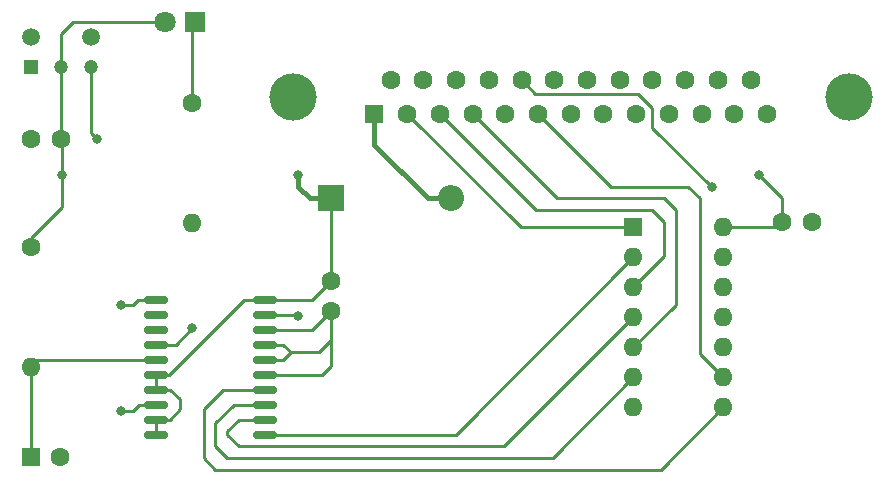
<source format=gbr>
%TF.GenerationSoftware,KiCad,Pcbnew,7.0.10*%
%TF.CreationDate,2024-02-17T01:46:53-05:00*%
%TF.ProjectId,rbus-adat,72627573-2d61-4646-9174-2e6b69636164,0*%
%TF.SameCoordinates,Original*%
%TF.FileFunction,Copper,L1,Top*%
%TF.FilePolarity,Positive*%
%FSLAX46Y46*%
G04 Gerber Fmt 4.6, Leading zero omitted, Abs format (unit mm)*
G04 Created by KiCad (PCBNEW 7.0.10) date 2024-02-17 01:46:53*
%MOMM*%
%LPD*%
G01*
G04 APERTURE LIST*
G04 Aperture macros list*
%AMRoundRect*
0 Rectangle with rounded corners*
0 $1 Rounding radius*
0 $2 $3 $4 $5 $6 $7 $8 $9 X,Y pos of 4 corners*
0 Add a 4 corners polygon primitive as box body*
4,1,4,$2,$3,$4,$5,$6,$7,$8,$9,$2,$3,0*
0 Add four circle primitives for the rounded corners*
1,1,$1+$1,$2,$3*
1,1,$1+$1,$4,$5*
1,1,$1+$1,$6,$7*
1,1,$1+$1,$8,$9*
0 Add four rect primitives between the rounded corners*
20,1,$1+$1,$2,$3,$4,$5,0*
20,1,$1+$1,$4,$5,$6,$7,0*
20,1,$1+$1,$6,$7,$8,$9,0*
20,1,$1+$1,$8,$9,$2,$3,0*%
G04 Aperture macros list end*
%TA.AperFunction,ComponentPad*%
%ADD10R,1.800000X1.800000*%
%TD*%
%TA.AperFunction,ComponentPad*%
%ADD11C,1.800000*%
%TD*%
%TA.AperFunction,ComponentPad*%
%ADD12C,1.600000*%
%TD*%
%TA.AperFunction,ComponentPad*%
%ADD13O,1.600000X1.600000*%
%TD*%
%TA.AperFunction,SMDPad,CuDef*%
%ADD14RoundRect,0.150000X-0.850000X-0.150000X0.850000X-0.150000X0.850000X0.150000X-0.850000X0.150000X0*%
%TD*%
%TA.AperFunction,ComponentPad*%
%ADD15C,4.000000*%
%TD*%
%TA.AperFunction,ComponentPad*%
%ADD16R,1.600000X1.600000*%
%TD*%
%TA.AperFunction,ComponentPad*%
%ADD17R,2.200000X2.200000*%
%TD*%
%TA.AperFunction,ComponentPad*%
%ADD18O,2.200000X2.200000*%
%TD*%
%TA.AperFunction,ComponentPad*%
%ADD19C,1.500000*%
%TD*%
%TA.AperFunction,ComponentPad*%
%ADD20R,1.200000X1.200000*%
%TD*%
%TA.AperFunction,ComponentPad*%
%ADD21C,1.200000*%
%TD*%
%TA.AperFunction,ViaPad*%
%ADD22C,0.800000*%
%TD*%
%TA.AperFunction,Conductor*%
%ADD23C,0.250000*%
%TD*%
%TA.AperFunction,Conductor*%
%ADD24C,0.400000*%
%TD*%
G04 APERTURE END LIST*
D10*
%TO.P,D2,1,K*%
%TO.N,Net-(D2-K)*%
X100250000Y-52100000D03*
D11*
%TO.P,D2,2,A*%
%TO.N,+5V*%
X97710000Y-52100000D03*
%TD*%
D12*
%TO.P,C3,1*%
%TO.N,+5V*%
X111760000Y-74000000D03*
%TO.P,C3,2*%
%TO.N,GND*%
X111760000Y-76500000D03*
%TD*%
%TO.P,R2,1*%
%TO.N,Net-(D2-K)*%
X100000000Y-58920000D03*
D13*
%TO.P,R2,2*%
%TO.N,GND*%
X100000000Y-69080000D03*
%TD*%
D14*
%TO.P,U2,1,GND*%
%TO.N,GND*%
X96975000Y-75565000D03*
%TO.P,U2,2,N/C*%
%TO.N,unconnected-(U2-N{slash}C-Pad2)*%
X96975000Y-76835000D03*
%TO.P,U2,3,N/C*%
%TO.N,unconnected-(U2-N{slash}C-Pad3)*%
X96975000Y-78105000D03*
%TO.P,U2,4,WDCLK*%
%TO.N,LRCK*%
X96975000Y-79375000D03*
%TO.P,U2,5,RESET_N*%
%TO.N,Net-(U2-RESET_N)*%
X96975000Y-80645000D03*
%TO.P,U2,6,WDCLKNEG*%
%TO.N,+5V*%
X96975000Y-81915000D03*
%TO.P,U2,7,CODE0*%
X96975000Y-83185000D03*
%TO.P,U2,8,CODE1*%
%TO.N,GND*%
X96975000Y-84455000D03*
%TO.P,U2,9,CODE2*%
%TO.N,+5V*%
X96975000Y-85725000D03*
%TO.P,U2,10,CODE3*%
X96975000Y-86995000D03*
%TO.P,U2,11,IN1/2*%
%TO.N,/IN0*%
X106225000Y-86995000D03*
%TO.P,U2,12,IN3/4*%
%TO.N,/IN1*%
X106225000Y-85725000D03*
%TO.P,U2,13,IN5/6*%
%TO.N,/IN2*%
X106225000Y-84455000D03*
%TO.P,U2,14,IN7/8*%
%TO.N,/IN3*%
X106225000Y-83185000D03*
%TO.P,U2,15,IO0*%
%TO.N,GND*%
X106225000Y-81915000D03*
%TO.P,U2,16,IO1*%
X106225000Y-80645000D03*
%TO.P,U2,17,IO2*%
X106225000Y-79375000D03*
%TO.P,U2,18,IO3*%
X106225000Y-78105000D03*
%TO.P,U2,19,OPOUT*%
%TO.N,Net-(U2-OPOUT)*%
X106225000Y-76835000D03*
%TO.P,U2,20,VDD*%
%TO.N,+5V*%
X106225000Y-75565000D03*
%TD*%
D12*
%TO.P,R1,1*%
%TO.N,+5V*%
X86360000Y-71120000D03*
D13*
%TO.P,R1,2*%
%TO.N,Net-(U2-RESET_N)*%
X86360000Y-81280000D03*
%TD*%
D15*
%TO.P,J1,0,PAD*%
%TO.N,GND*%
X155625000Y-58420000D03*
X108525000Y-58420000D03*
D16*
%TO.P,J1,1,1*%
%TO.N,Net-(D1-A)*%
X115455000Y-59840000D03*
D12*
%TO.P,J1,2,2*%
%TO.N,/SDO4*%
X118225000Y-59840000D03*
%TO.P,J1,3,3*%
%TO.N,/SDO5*%
X120995000Y-59840000D03*
%TO.P,J1,4,4*%
%TO.N,/SDO6*%
X123765000Y-59840000D03*
%TO.P,J1,5,5*%
%TO.N,GND*%
X126535000Y-59840000D03*
%TO.P,J1,6,6*%
%TO.N,/SDO7*%
X129305000Y-59840000D03*
%TO.P,J1,7,7*%
%TO.N,unconnected-(J1-Pad7)*%
X132075000Y-59840000D03*
%TO.P,J1,8,8*%
%TO.N,unconnected-(J1-Pad8)*%
X134845000Y-59840000D03*
%TO.P,J1,9,9*%
%TO.N,GND*%
X137615000Y-59840000D03*
%TO.P,J1,10,10*%
%TO.N,unconnected-(J1-Pad10)*%
X140385000Y-59840000D03*
%TO.P,J1,11,11*%
%TO.N,unconnected-(J1-Pad11)*%
X143155000Y-59840000D03*
%TO.P,J1,12,12*%
%TO.N,unconnected-(J1-Pad12)*%
X145925000Y-59840000D03*
%TO.P,J1,13,13*%
%TO.N,unconnected-(J1-Pad13)*%
X148695000Y-59840000D03*
%TO.P,J1,14,P14*%
%TO.N,unconnected-(J1-P14-Pad14)*%
X116840000Y-57000000D03*
%TO.P,J1,15,P15*%
%TO.N,GND*%
X119610000Y-57000000D03*
%TO.P,J1,16,P16*%
X122380000Y-57000000D03*
%TO.P,J1,17,P17*%
X125150000Y-57000000D03*
%TO.P,J1,18,P18*%
%TO.N,LRCK*%
X127920000Y-57000000D03*
%TO.P,J1,19,P19*%
%TO.N,GND*%
X130690000Y-57000000D03*
%TO.P,J1,20,P20*%
X133460000Y-57000000D03*
%TO.P,J1,21,P21*%
%TO.N,unconnected-(J1-P21-Pad21)*%
X136230000Y-57000000D03*
%TO.P,J1,22,P22*%
%TO.N,GND*%
X139000000Y-57000000D03*
%TO.P,J1,23,P23*%
X141770000Y-57000000D03*
%TO.P,J1,24,P24*%
X144540000Y-57000000D03*
%TO.P,J1,25,P25*%
%TO.N,unconnected-(J1-P25-Pad25)*%
X147310000Y-57000000D03*
%TD*%
D16*
%TO.P,U1,1*%
%TO.N,/SDO4*%
X137380000Y-69460000D03*
D13*
%TO.P,U1,2*%
%TO.N,/IN0*%
X137380000Y-72000000D03*
%TO.P,U1,3*%
%TO.N,/SDO5*%
X137380000Y-74540000D03*
%TO.P,U1,4*%
%TO.N,/IN1*%
X137380000Y-77080000D03*
%TO.P,U1,5*%
%TO.N,/SDO6*%
X137380000Y-79620000D03*
%TO.P,U1,6*%
%TO.N,/IN2*%
X137380000Y-82160000D03*
%TO.P,U1,7,GND*%
%TO.N,GND*%
X137380000Y-84700000D03*
%TO.P,U1,8*%
%TO.N,/IN3*%
X145000000Y-84700000D03*
%TO.P,U1,9*%
%TO.N,/SDO7*%
X145000000Y-82160000D03*
%TO.P,U1,10*%
%TO.N,unconnected-(U1-Pad10)*%
X145000000Y-79620000D03*
%TO.P,U1,11*%
%TO.N,GND*%
X145000000Y-77080000D03*
%TO.P,U1,12*%
%TO.N,Net-(CN1-Vin)*%
X145000000Y-74540000D03*
%TO.P,U1,13*%
%TO.N,Net-(U2-OPOUT)*%
X145000000Y-72000000D03*
%TO.P,U1,14,VCC*%
%TO.N,+5V*%
X145000000Y-69460000D03*
%TD*%
D16*
%TO.P,C1,1*%
%TO.N,Net-(U2-RESET_N)*%
X86360000Y-88900000D03*
D12*
%TO.P,C1,2*%
%TO.N,GND*%
X88860000Y-88900000D03*
%TD*%
%TO.P,C4,1*%
%TO.N,+5V*%
X88900000Y-62000000D03*
%TO.P,C4,2*%
%TO.N,GND*%
X86400000Y-62000000D03*
%TD*%
D17*
%TO.P,D1,1,K*%
%TO.N,+5V*%
X111760000Y-67000000D03*
D18*
%TO.P,D1,2,A*%
%TO.N,Net-(D1-A)*%
X121920000Y-67000000D03*
%TD*%
D19*
%TO.P,CN1,*%
%TO.N,*%
X86380000Y-53300000D03*
X91460000Y-53300000D03*
D20*
%TO.P,CN1,1,GND*%
%TO.N,GND*%
X86380000Y-55900000D03*
D21*
%TO.P,CN1,2,Vcc*%
%TO.N,+5V*%
X88920000Y-55900000D03*
%TO.P,CN1,3,Vin*%
%TO.N,Net-(CN1-Vin)*%
X91460000Y-55900000D03*
%TD*%
D12*
%TO.P,C2,1*%
%TO.N,+5V*%
X150000000Y-69000000D03*
%TO.P,C2,2*%
%TO.N,GND*%
X152500000Y-69000000D03*
%TD*%
D22*
%TO.N,+5V*%
X148000000Y-65000000D03*
X89000000Y-65000000D03*
X109000000Y-65000000D03*
%TO.N,GND*%
X94000000Y-85000000D03*
X94000000Y-76000000D03*
%TO.N,LRCK*%
X144000000Y-66000000D03*
X100000000Y-78000000D03*
%TO.N,Net-(U2-OPOUT)*%
X109000000Y-77000000D03*
%TO.N,Net-(CN1-Vin)*%
X92000000Y-62000000D03*
%TD*%
D23*
%TO.N,+5V*%
X88920000Y-61980000D02*
X88900000Y-62000000D01*
X104435000Y-75565000D02*
X106225000Y-75565000D01*
X111760000Y-67000000D02*
X111760000Y-74000000D01*
D24*
X109000000Y-65000000D02*
X109000000Y-66000000D01*
X109000000Y-66000000D02*
X110000000Y-67000000D01*
D23*
X89900000Y-52100000D02*
X97710000Y-52100000D01*
X96975000Y-83185000D02*
X98185000Y-83185000D01*
X148000000Y-65000000D02*
X150000000Y-67000000D01*
X96975000Y-81915000D02*
X98085000Y-81915000D01*
X99000000Y-84849999D02*
X98124999Y-85725000D01*
X88900000Y-62000000D02*
X89000000Y-62100000D01*
X89000000Y-67720000D02*
X86360000Y-70360000D01*
X149540000Y-69460000D02*
X150000000Y-69000000D01*
X145000000Y-69460000D02*
X149540000Y-69460000D01*
X89000000Y-62100000D02*
X89000000Y-65000000D01*
X88920000Y-55900000D02*
X88920000Y-61980000D01*
D24*
X110000000Y-67000000D02*
X111760000Y-67000000D01*
D23*
X89000000Y-65000000D02*
X89000000Y-67720000D01*
X98085000Y-81915000D02*
X104435000Y-75565000D01*
X96975000Y-81915000D02*
X96975000Y-83185000D01*
X98124999Y-85725000D02*
X96975000Y-85725000D01*
X86360000Y-70360000D02*
X86360000Y-71120000D01*
X88920000Y-53080000D02*
X89900000Y-52100000D01*
X96975000Y-85725000D02*
X96975000Y-86995000D01*
X99000000Y-84000000D02*
X99000000Y-84849999D01*
X150000000Y-67000000D02*
X150000000Y-69000000D01*
X110195000Y-75565000D02*
X111760000Y-74000000D01*
X106225000Y-75565000D02*
X110195000Y-75565000D01*
X98185000Y-83185000D02*
X99000000Y-84000000D01*
X88920000Y-55900000D02*
X88920000Y-53080000D01*
D24*
%TO.N,Net-(D1-A)*%
X115455000Y-62455000D02*
X120000000Y-67000000D01*
X115455000Y-59840000D02*
X115455000Y-62455000D01*
X120000000Y-67000000D02*
X121920000Y-67000000D01*
D23*
%TO.N,GND*%
X110760000Y-80000000D02*
X111760000Y-79000000D01*
X111760000Y-76500000D02*
X111760000Y-79000000D01*
X86380000Y-55900000D02*
X86400000Y-55920000D01*
X94000000Y-76000000D02*
X95000000Y-76000000D01*
X106225000Y-80645000D02*
X107710000Y-80645000D01*
X106225000Y-78105000D02*
X110155000Y-78105000D01*
X111000000Y-81915000D02*
X106225000Y-81915000D01*
X95545000Y-84455000D02*
X96975000Y-84455000D01*
X107730000Y-79375000D02*
X108355000Y-80000000D01*
X110155000Y-78105000D02*
X111760000Y-76500000D01*
X106225000Y-79375000D02*
X107730000Y-79375000D01*
X94000000Y-85000000D02*
X95000000Y-85000000D01*
X95000000Y-76000000D02*
X95435000Y-75565000D01*
X108355000Y-80000000D02*
X110760000Y-80000000D01*
X95000000Y-85000000D02*
X95545000Y-84455000D01*
X107710000Y-80645000D02*
X108355000Y-80000000D01*
X95435000Y-75565000D02*
X96975000Y-75565000D01*
X111760000Y-81155000D02*
X111000000Y-81915000D01*
X111760000Y-79000000D02*
X111760000Y-81155000D01*
%TO.N,LRCK*%
X98625000Y-79375000D02*
X100000000Y-78000000D01*
X139000000Y-61000000D02*
X144000000Y-66000000D01*
X96975000Y-79375000D02*
X98625000Y-79375000D01*
X137807995Y-58125000D02*
X139000000Y-59317005D01*
X129045000Y-58125000D02*
X137807995Y-58125000D01*
X139000000Y-59317005D02*
X139000000Y-61000000D01*
X127920000Y-57000000D02*
X129045000Y-58125000D01*
%TO.N,Net-(U2-RESET_N)*%
X96975000Y-80645000D02*
X86995000Y-80645000D01*
X86360000Y-88900000D02*
X86360000Y-81280000D01*
X86995000Y-80645000D02*
X86360000Y-81280000D01*
%TO.N,/IN0*%
X137380000Y-72000000D02*
X122385000Y-86995000D01*
X122385000Y-86995000D02*
X106225000Y-86995000D01*
%TO.N,/IN1*%
X104000000Y-85725000D02*
X103000000Y-86725000D01*
X103000000Y-87000000D02*
X104000000Y-88000000D01*
X106225000Y-85725000D02*
X104000000Y-85725000D01*
X104000000Y-88000000D02*
X126460000Y-88000000D01*
X103000000Y-86725000D02*
X103000000Y-87000000D01*
X126460000Y-88000000D02*
X137380000Y-77080000D01*
%TO.N,/IN2*%
X137380000Y-82160000D02*
X130540000Y-89000000D01*
X102000000Y-86000000D02*
X103545000Y-84455000D01*
X103000000Y-89000000D02*
X102000000Y-88000000D01*
X103545000Y-84455000D02*
X106225000Y-84455000D01*
X130540000Y-89000000D02*
X103000000Y-89000000D01*
X102000000Y-88000000D02*
X102000000Y-86000000D01*
%TO.N,/IN3*%
X102000000Y-90000000D02*
X139700000Y-90000000D01*
X106225000Y-83185000D02*
X102630000Y-83185000D01*
X101000000Y-84815000D02*
X101000000Y-89000000D01*
X101000000Y-89000000D02*
X102000000Y-90000000D01*
X139700000Y-90000000D02*
X145000000Y-84700000D01*
X102630000Y-83185000D02*
X101000000Y-84815000D01*
%TO.N,Net-(U2-OPOUT)*%
X108835000Y-76835000D02*
X106225000Y-76835000D01*
X109000000Y-77000000D02*
X108835000Y-76835000D01*
%TO.N,/SDO5*%
X140000000Y-69000000D02*
X140000000Y-71920000D01*
X140000000Y-71920000D02*
X137380000Y-74540000D01*
X120995000Y-59840000D02*
X129155000Y-68000000D01*
X129155000Y-68000000D02*
X139000000Y-68000000D01*
X139000000Y-68000000D02*
X140000000Y-69000000D01*
%TO.N,/SDO4*%
X127845000Y-69460000D02*
X137380000Y-69460000D01*
X118225000Y-59840000D02*
X127845000Y-69460000D01*
%TO.N,/SDO6*%
X141000000Y-76000000D02*
X137380000Y-79620000D01*
X123765000Y-59840000D02*
X130925000Y-67000000D01*
X141000000Y-68000000D02*
X141000000Y-76000000D01*
X140000000Y-67000000D02*
X141000000Y-68000000D01*
X130925000Y-67000000D02*
X140000000Y-67000000D01*
%TO.N,/SDO7*%
X135465000Y-66000000D02*
X142000000Y-66000000D01*
X129305000Y-59840000D02*
X135465000Y-66000000D01*
X143000000Y-67000000D02*
X143000000Y-80160000D01*
X143000000Y-80160000D02*
X145000000Y-82160000D01*
X142000000Y-66000000D02*
X143000000Y-67000000D01*
%TO.N,Net-(CN1-Vin)*%
X91460000Y-61460000D02*
X92000000Y-62000000D01*
X91460000Y-55900000D02*
X91460000Y-61460000D01*
%TO.N,Net-(D2-K)*%
X100000000Y-52350000D02*
X100250000Y-52100000D01*
X100000000Y-58920000D02*
X100000000Y-52350000D01*
%TD*%
M02*

</source>
